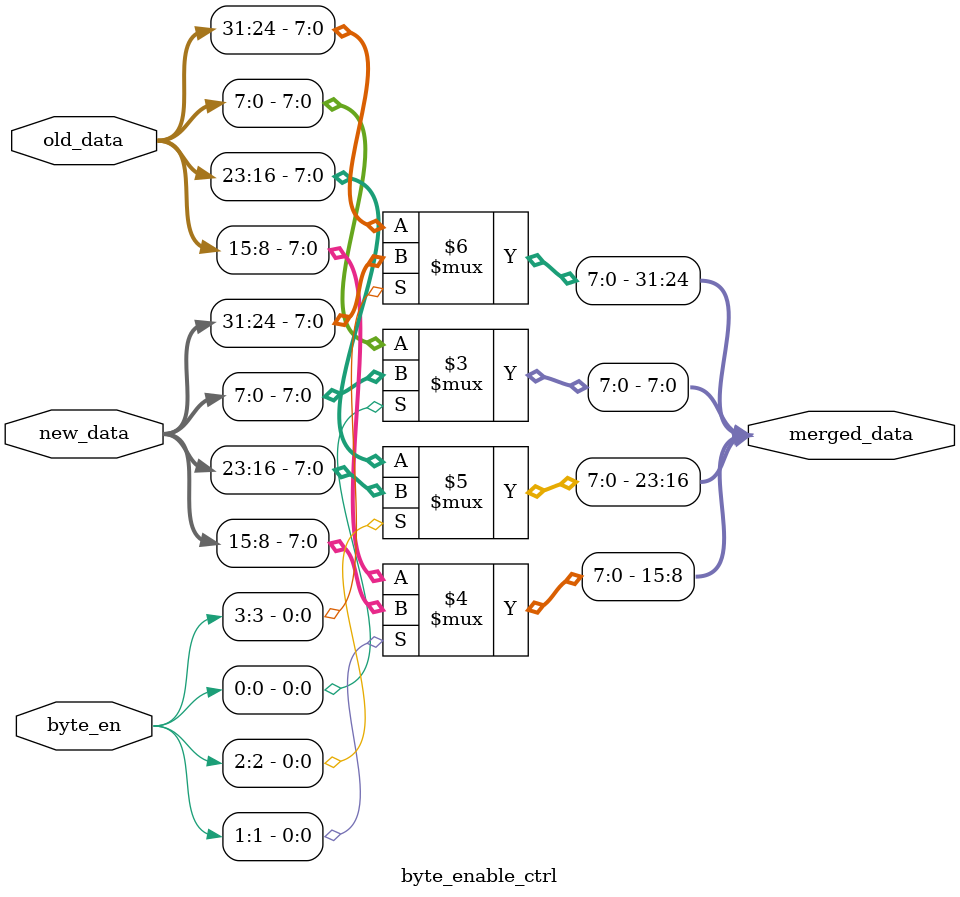
<source format=sv>
module byte_enable_regfile #(
    parameter DATA_WIDTH = 32,
    parameter ADDR_WIDTH = 5,
    parameter NUM_BYTES = DATA_WIDTH/8,
    parameter DEPTH = 2**ADDR_WIDTH
)(
    input  wire                    clk,
    input  wire                    reset,
    input  wire                    we,
    input  wire [NUM_BYTES-1:0]    byte_en,
    input  wire [ADDR_WIDTH-1:0]   addr,
    input  wire [DATA_WIDTH-1:0]   wdata,
    output wire [DATA_WIDTH-1:0]   rdata
);
    wire [DATA_WIDTH-1:0] merged_data;
    
    // Instance of byte enable control
    byte_enable_ctrl #(
        .DATA_WIDTH(DATA_WIDTH),
        .NUM_BYTES(NUM_BYTES)
    ) byte_ctrl (
        .old_data(rdata),
        .new_data(wdata),
        .byte_en(byte_en),
        .merged_data(merged_data)
    );
    
    // Instance of register array
    reg_array #(
        .DATA_WIDTH(DATA_WIDTH),
        .ADDR_WIDTH(ADDR_WIDTH),
        .DEPTH(DEPTH)
    ) reg_array_inst (
        .clk(clk),
        .reset(reset),
        .addr(addr),
        .wdata(merged_data),
        .we(we),
        .rdata(rdata)
    );
endmodule

// Memory array module
module reg_array #(
    parameter DATA_WIDTH = 32,
    parameter ADDR_WIDTH = 5,
    parameter DEPTH = 2**ADDR_WIDTH
)(
    input  wire                    clk,
    input  wire                    reset,
    input  wire [ADDR_WIDTH-1:0]   addr,
    input  wire [DATA_WIDTH-1:0]   wdata,
    input  wire                    we,
    output wire [DATA_WIDTH-1:0]   rdata
);
    reg [DATA_WIDTH-1:0] mem [0:DEPTH-1];
    
    // Read port
    assign rdata = mem[addr];
    
    // Write port
    always @(posedge clk) begin
        if (reset) begin
            for (integer i = 0; i < DEPTH; i = i + 1) begin
                mem[i] <= {DATA_WIDTH{1'b0}};
            end
        end
        else if (we) begin
            mem[addr] <= wdata;
        end
    end
endmodule

// Byte enable control module
module byte_enable_ctrl #(
    parameter DATA_WIDTH = 32,
    parameter NUM_BYTES = DATA_WIDTH/8
)(
    input  wire [DATA_WIDTH-1:0]   old_data,
    input  wire [DATA_WIDTH-1:0]   new_data,
    input  wire [NUM_BYTES-1:0]    byte_en,
    output wire [DATA_WIDTH-1:0]   merged_data
);
    genvar i;
    generate
        for (i = 0; i < NUM_BYTES; i = i + 1) begin : byte_merge
            assign merged_data[i*8 +: 8] = byte_en[i] ? new_data[i*8 +: 8] : old_data[i*8 +: 8];
        end
    endgenerate
endmodule
</source>
